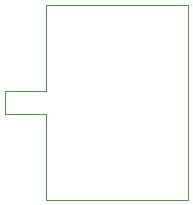
<source format=gbr>
%TF.GenerationSoftware,KiCad,Pcbnew,8.0.8-rc1*%
%TF.CreationDate,2026-02-12T14:51:53+09:00*%
%TF.ProjectId,jtag_14pa,6a746167-5f31-4347-9061-2e6b69636164,rev?*%
%TF.SameCoordinates,Original*%
%TF.FileFunction,Profile,NP*%
%FSLAX46Y46*%
G04 Gerber Fmt 4.6, Leading zero omitted, Abs format (unit mm)*
G04 Created by KiCad (PCBNEW 8.0.8-rc1) date 2026-02-12 14:51:53*
%MOMM*%
%LPD*%
G01*
G04 APERTURE LIST*
%TA.AperFunction,Profile*%
%ADD10C,0.050000*%
%TD*%
G04 APERTURE END LIST*
D10*
X131750000Y-91500000D02*
X131750000Y-98500000D01*
X143750000Y-98750000D02*
X143750000Y-82250000D01*
X131750000Y-98750000D02*
X131750000Y-98500000D01*
X131750000Y-98750000D02*
X143750000Y-98750000D01*
X131750000Y-82250000D02*
X131750000Y-89500000D01*
X128250000Y-89500000D02*
X128250000Y-91500000D01*
X131750000Y-89500000D02*
X128250000Y-89500000D01*
X143750000Y-82250000D02*
X131750000Y-82250000D01*
X128250000Y-91500000D02*
X131750000Y-91500000D01*
M02*

</source>
